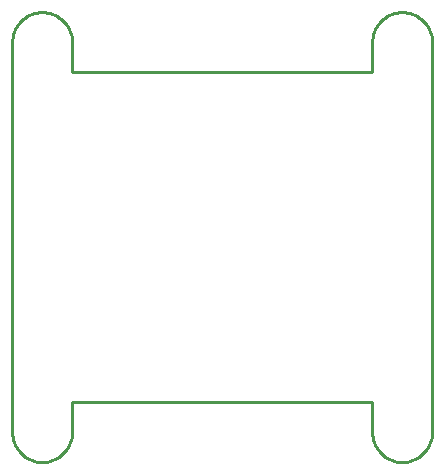
<source format=gbr>
G04 EAGLE Gerber RS-274X export*
G75*
%MOMM*%
%FSLAX34Y34*%
%LPD*%
%IN*%
%IPPOS*%
%AMOC8*
5,1,8,0,0,1.08239X$1,22.5*%
G01*
%ADD10C,0.254000*%


D10*
X0Y-25400D02*
X97Y-27614D01*
X386Y-29811D01*
X865Y-31974D01*
X1532Y-34087D01*
X2380Y-36135D01*
X3403Y-38100D01*
X4594Y-39969D01*
X5942Y-41727D01*
X7440Y-43361D01*
X9073Y-44858D01*
X10831Y-46206D01*
X12700Y-47397D01*
X14666Y-48420D01*
X16713Y-49268D01*
X18826Y-49935D01*
X20989Y-50414D01*
X23186Y-50703D01*
X25400Y-50800D01*
X27614Y-50703D01*
X29811Y-50414D01*
X31974Y-49935D01*
X34087Y-49268D01*
X36135Y-48420D01*
X38100Y-47397D01*
X39969Y-46206D01*
X41727Y-44858D01*
X43361Y-43361D01*
X44858Y-41727D01*
X46206Y-39969D01*
X47397Y-38100D01*
X48420Y-36135D01*
X49268Y-34087D01*
X49935Y-31974D01*
X50414Y-29811D01*
X50703Y-27614D01*
X50800Y-25400D01*
X50800Y0D01*
X304800Y0D01*
X304800Y-25400D01*
X304897Y-27614D01*
X305186Y-29811D01*
X305665Y-31974D01*
X306332Y-34087D01*
X307180Y-36135D01*
X308203Y-38100D01*
X309394Y-39969D01*
X310742Y-41727D01*
X312240Y-43361D01*
X313873Y-44858D01*
X315631Y-46206D01*
X317500Y-47397D01*
X319466Y-48420D01*
X321513Y-49268D01*
X323626Y-49935D01*
X325789Y-50414D01*
X327986Y-50703D01*
X330200Y-50800D01*
X332414Y-50703D01*
X334611Y-50414D01*
X336774Y-49935D01*
X338887Y-49268D01*
X340935Y-48420D01*
X342900Y-47397D01*
X344769Y-46206D01*
X346527Y-44858D01*
X348161Y-43361D01*
X349658Y-41727D01*
X351006Y-39969D01*
X352197Y-38100D01*
X353220Y-36135D01*
X354068Y-34087D01*
X354735Y-31974D01*
X355214Y-29811D01*
X355503Y-27614D01*
X355600Y-25400D01*
X355600Y304800D01*
X355503Y307014D01*
X355214Y309211D01*
X354735Y311374D01*
X354068Y313487D01*
X353220Y315535D01*
X352197Y317500D01*
X351006Y319369D01*
X349658Y321127D01*
X348161Y322761D01*
X346527Y324258D01*
X344769Y325606D01*
X342900Y326797D01*
X340935Y327820D01*
X338887Y328668D01*
X336774Y329335D01*
X334611Y329814D01*
X332414Y330103D01*
X330200Y330200D01*
X327986Y330103D01*
X325789Y329814D01*
X323626Y329335D01*
X321513Y328668D01*
X319466Y327820D01*
X317500Y326797D01*
X315631Y325606D01*
X313873Y324258D01*
X312240Y322761D01*
X310742Y321127D01*
X309394Y319369D01*
X308203Y317500D01*
X307180Y315535D01*
X306332Y313487D01*
X305665Y311374D01*
X305186Y309211D01*
X304897Y307014D01*
X304800Y304800D01*
X304800Y279400D01*
X50800Y279400D01*
X50800Y304800D01*
X50703Y307014D01*
X50414Y309211D01*
X49935Y311374D01*
X49268Y313487D01*
X48420Y315535D01*
X47397Y317500D01*
X46206Y319369D01*
X44858Y321127D01*
X43361Y322761D01*
X41727Y324258D01*
X39969Y325606D01*
X38100Y326797D01*
X36135Y327820D01*
X34087Y328668D01*
X31974Y329335D01*
X29811Y329814D01*
X27614Y330103D01*
X25400Y330200D01*
X23186Y330103D01*
X20989Y329814D01*
X18826Y329335D01*
X16713Y328668D01*
X14666Y327820D01*
X12700Y326797D01*
X10831Y325606D01*
X9073Y324258D01*
X7440Y322761D01*
X5942Y321127D01*
X4594Y319369D01*
X3403Y317500D01*
X2380Y315535D01*
X1532Y313487D01*
X865Y311374D01*
X386Y309211D01*
X97Y307014D01*
X0Y304800D01*
X0Y-25400D01*
M02*

</source>
